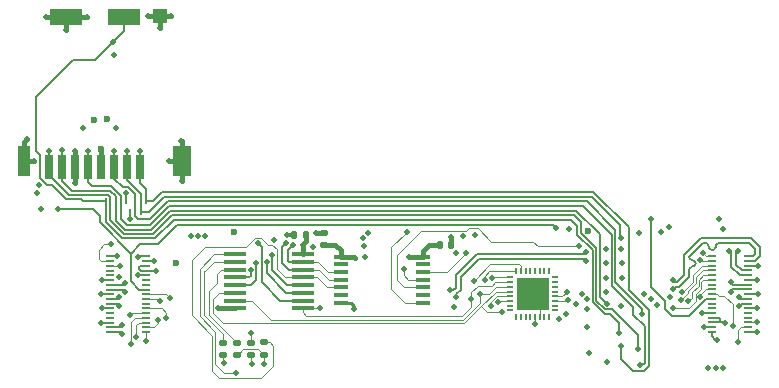
<source format=gbr>
%TF.GenerationSoftware,KiCad,Pcbnew,(6.0.7)*%
%TF.CreationDate,2022-09-26T14:07:28+03:00*%
%TF.ProjectId,202-combi-v0.2,3230322d-636f-46d6-9269-2d76302e322e,rev?*%
%TF.SameCoordinates,PX328b740PY3479d68*%
%TF.FileFunction,Copper,L1,Top*%
%TF.FilePolarity,Positive*%
%FSLAX46Y46*%
G04 Gerber Fmt 4.6, Leading zero omitted, Abs format (unit mm)*
G04 Created by KiCad (PCBNEW (6.0.7)) date 2022-09-26 14:07:28*
%MOMM*%
%LPD*%
G01*
G04 APERTURE LIST*
G04 Aperture macros list*
%AMRoundRect*
0 Rectangle with rounded corners*
0 $1 Rounding radius*
0 $2 $3 $4 $5 $6 $7 $8 $9 X,Y pos of 4 corners*
0 Add a 4 corners polygon primitive as box body*
4,1,4,$2,$3,$4,$5,$6,$7,$8,$9,$2,$3,0*
0 Add four circle primitives for the rounded corners*
1,1,$1+$1,$2,$3*
1,1,$1+$1,$4,$5*
1,1,$1+$1,$6,$7*
1,1,$1+$1,$8,$9*
0 Add four rect primitives between the rounded corners*
20,1,$1+$1,$2,$3,$4,$5,0*
20,1,$1+$1,$4,$5,$6,$7,0*
20,1,$1+$1,$6,$7,$8,$9,0*
20,1,$1+$1,$8,$9,$2,$3,0*%
G04 Aperture macros list end*
%TA.AperFunction,SMDPad,CuDef*%
%ADD10R,0.711200X2.006600*%
%TD*%
%TA.AperFunction,SMDPad,CuDef*%
%ADD11R,2.692400X1.397000*%
%TD*%
%TA.AperFunction,SMDPad,CuDef*%
%ADD12R,0.990600X2.590800*%
%TD*%
%TA.AperFunction,SMDPad,CuDef*%
%ADD13R,1.193800X1.193800*%
%TD*%
%TA.AperFunction,SMDPad,CuDef*%
%ADD14R,1.498600X2.590800*%
%TD*%
%TA.AperFunction,SMDPad,CuDef*%
%ADD15R,1.955432X0.420766*%
%TD*%
%TA.AperFunction,SMDPad,CuDef*%
%ADD16RoundRect,0.135000X0.185000X-0.135000X0.185000X0.135000X-0.185000X0.135000X-0.185000X-0.135000X0*%
%TD*%
%TA.AperFunction,SMDPad,CuDef*%
%ADD17RoundRect,0.140000X-0.140000X-0.170000X0.140000X-0.170000X0.140000X0.170000X-0.140000X0.170000X0*%
%TD*%
%TA.AperFunction,SMDPad,CuDef*%
%ADD18RoundRect,0.135000X-0.185000X0.135000X-0.185000X-0.135000X0.185000X-0.135000X0.185000X0.135000X0*%
%TD*%
%TA.AperFunction,SMDPad,CuDef*%
%ADD19R,0.200000X0.600000*%
%TD*%
%TA.AperFunction,SMDPad,CuDef*%
%ADD20R,1.200000X0.400000*%
%TD*%
%TA.AperFunction,SMDPad,CuDef*%
%ADD21RoundRect,0.140000X0.170000X-0.140000X0.170000X0.140000X-0.170000X0.140000X-0.170000X-0.140000X0*%
%TD*%
%TA.AperFunction,SMDPad,CuDef*%
%ADD22R,0.700000X0.200000*%
%TD*%
%TA.AperFunction,SMDPad,CuDef*%
%ADD23R,0.200000X0.549999*%
%TD*%
%TA.AperFunction,SMDPad,CuDef*%
%ADD24R,0.549999X0.200000*%
%TD*%
%TA.AperFunction,SMDPad,CuDef*%
%ADD25R,2.799999X2.799999*%
%TD*%
%TA.AperFunction,ViaPad*%
%ADD26C,0.500000*%
%TD*%
%TA.AperFunction,ViaPad*%
%ADD27C,0.600000*%
%TD*%
%TA.AperFunction,Conductor*%
%ADD28C,0.120000*%
%TD*%
%TA.AperFunction,Conductor*%
%ADD29C,0.400000*%
%TD*%
%TA.AperFunction,Conductor*%
%ADD30C,0.127000*%
%TD*%
%TA.AperFunction,Conductor*%
%ADD31C,0.200000*%
%TD*%
%TA.AperFunction,Conductor*%
%ADD32C,0.250000*%
%TD*%
%TA.AperFunction,Conductor*%
%ADD33C,0.176000*%
%TD*%
%TA.AperFunction,Conductor*%
%ADD34C,0.100000*%
%TD*%
%TA.AperFunction,Conductor*%
%ADD35C,0.300000*%
%TD*%
%TA.AperFunction,Conductor*%
%ADD36C,0.150000*%
%TD*%
%TA.AperFunction,Conductor*%
%ADD37C,0.112000*%
%TD*%
G04 APERTURE END LIST*
D10*
%TO.P,J1,1,DAT2*%
%TO.N,/DAT2*%
X11047999Y-14223351D03*
%TO.P,J1,2,CD/DAT3*%
%TO.N,/DAT3*%
X9947999Y-14223351D03*
%TO.P,J1,3,CMD*%
%TO.N,/CMD*%
X8847998Y-14223351D03*
%TO.P,J1,4,VDD*%
%TO.N,+3.3V*%
X7747998Y-14223351D03*
%TO.P,J1,5,CLK*%
%TO.N,/CLK*%
X6647998Y-14223351D03*
%TO.P,J1,6,VSS*%
%TO.N,GND*%
X5547997Y-14223351D03*
%TO.P,J1,7,DAT0*%
%TO.N,/DAT0*%
X4448000Y-14223351D03*
%TO.P,J1,8,DAT1*%
%TO.N,/DAT1*%
X3347999Y-14223351D03*
D11*
%TO.P,J1,9,CDS*%
%TO.N,/CDS*%
X9647999Y-1523351D03*
D12*
%TO.P,J1,10,GND1*%
%TO.N,GND*%
X1248001Y-13723350D03*
D11*
%TO.P,J1,11,GND2*%
X4747999Y-1523351D03*
D13*
%TO.P,J1,12,GND3*%
X12698001Y-1423349D03*
D14*
%TO.P,J1,13,GND4*%
X14548000Y-13723349D03*
%TD*%
D15*
%TO.P,U5,1,A0*%
%TO.N,Net-(R4-Pad1)*%
X19049616Y-21612439D03*
%TO.P,U5,2,A1*%
%TO.N,Net-(R3-Pad1)*%
X19049616Y-22262437D03*
%TO.P,U5,3,A2*%
%TO.N,Net-(R1-Pad2)*%
X19049616Y-22912439D03*
%TO.P,U5,4,P0*%
%TO.N,/LEFT_PWRDN*%
X19049616Y-23562437D03*
%TO.P,U5,5,P1*%
%TO.N,/LEFT_RESET*%
X19049616Y-24212439D03*
%TO.P,U5,6,P2*%
%TO.N,/LEFT_ATT_INT*%
X19049616Y-24862437D03*
%TO.P,U5,7,P3*%
%TO.N,/LEFT_ATT_XSHUT*%
X19049616Y-25512439D03*
%TO.P,U5,8,GND*%
%TO.N,GND*%
X19049616Y-26162437D03*
%TO.P,U5,9,P4*%
%TO.N,/RIGHT_PWRDN*%
X24800384Y-26162437D03*
%TO.P,U5,10,P5*%
%TO.N,/RIGHT_RESET*%
X24800384Y-25512439D03*
%TO.P,U5,11,P6*%
%TO.N,/RIGHT_ATT_INT*%
X24800384Y-24862437D03*
%TO.P,U5,12,P7*%
%TO.N,/RIGHT_ATT_XSHUT*%
X24800384Y-24212439D03*
%TO.P,U5,13,INT_N*%
%TO.N,/SENSOR_INT*%
X24800384Y-23562437D03*
%TO.P,U5,14,SCL*%
%TO.N,/SYS_SCL_1V8*%
X24800384Y-22912439D03*
%TO.P,U5,15,SDA*%
%TO.N,/SYS_SDA_1V8*%
X24800384Y-22262437D03*
%TO.P,U5,16,VCC*%
%TO.N,+1V8*%
X24800384Y-21612439D03*
%TD*%
D16*
%TO.P,R2,1*%
%TO.N,+1V8*%
X21500000Y-30085000D03*
%TO.P,R2,2*%
%TO.N,/SENSOR_INT*%
X21500000Y-29065000D03*
%TD*%
D17*
%TO.P,C17,1*%
%TO.N,GND*%
X24095000Y-19925000D03*
%TO.P,C17,2*%
%TO.N,+1V8*%
X25055000Y-19925000D03*
%TD*%
D16*
%TO.P,R1,1*%
%TO.N,+1V8*%
X19275000Y-30100000D03*
%TO.P,R1,2*%
%TO.N,Net-(R1-Pad2)*%
X19275000Y-29080000D03*
%TD*%
D18*
%TO.P,R4,1*%
%TO.N,Net-(R4-Pad1)*%
X20450000Y-29080000D03*
%TO.P,R4,2*%
%TO.N,GND*%
X20450000Y-30100000D03*
%TD*%
D19*
%TO.P,D1,1,K1*%
%TO.N,/DAT2*%
X11525000Y-17075000D03*
%TO.P,D1,2,K2*%
%TO.N,/CMD*%
X10625000Y-17075000D03*
%TO.P,D1,3,A*%
%TO.N,GND*%
X9825000Y-17075000D03*
%TO.P,D1,4,K3*%
%TO.N,/DAT0*%
X9025000Y-17075000D03*
%TO.P,D1,5,K4*%
%TO.N,/CDS*%
X8125000Y-17075000D03*
%TO.P,D1,6,K5*%
%TO.N,/DAT1*%
X8525000Y-18025000D03*
%TO.P,D1,7,K6*%
%TO.N,/CLK*%
X9425000Y-18025000D03*
%TO.P,D1,8,K7*%
%TO.N,+3.3V*%
X10225000Y-18025000D03*
%TO.P,D1,9,K8*%
%TO.N,/DAT3*%
X11125000Y-18025000D03*
%TD*%
D20*
%TO.P,U2,1,VCCA*%
%TO.N,+3.3V*%
X28075000Y-21800000D03*
%TO.P,U2,2,A1*%
%TO.N,unconnected-(U2-Pad2)*%
X28075000Y-22450000D03*
%TO.P,U2,3,A2*%
%TO.N,/SYS_SDA_1V8*%
X28075000Y-23100000D03*
%TO.P,U2,4,A3*%
%TO.N,/SYS_SCL_1V8*%
X28075000Y-23750000D03*
%TO.P,U2,5,A4*%
%TO.N,/SENSOR_INT*%
X28075000Y-24400000D03*
%TO.P,U2,6*%
%TO.N,N/C*%
X28075000Y-25050000D03*
%TO.P,U2,7,GND*%
%TO.N,GND*%
X28075000Y-25700000D03*
%TO.P,U2,8,OE*%
%TO.N,/OE_CAM*%
X34975000Y-25700000D03*
%TO.P,U2,9*%
%TO.N,N/C*%
X34975000Y-25050000D03*
%TO.P,U2,10,B4*%
%TO.N,/SYS_EX_nINT*%
X34975000Y-24400000D03*
%TO.P,U2,11,B3*%
%TO.N,/SYS_SCL*%
X34975000Y-23750000D03*
%TO.P,U2,12,B2*%
%TO.N,/SYS_SDA*%
X34975000Y-23100000D03*
%TO.P,U2,13,B1*%
%TO.N,unconnected-(U2-Pad13)*%
X34975000Y-22450000D03*
%TO.P,U2,14,VCCB*%
%TO.N,+1V8*%
X34975000Y-21800000D03*
%TD*%
D21*
%TO.P,C6,1*%
%TO.N,+3.3V*%
X26575000Y-20775000D03*
%TO.P,C6,2*%
%TO.N,GND*%
X26575000Y-19815000D03*
%TD*%
D22*
%TO.P,P4,1,AF_VDD*%
%TO.N,+3.3V*%
X11535394Y-21784155D03*
%TO.P,P4,2,AVDD_2V8*%
%TO.N,+2V8*%
X11535394Y-22184155D03*
%TO.P,P4,3,DOVDD*%
%TO.N,+1V8*%
X11535394Y-22584155D03*
%TO.P,P4,4,VCC_1V8*%
X11535394Y-22984155D03*
%TO.P,P4,5,GND*%
%TO.N,GND*%
X11535394Y-23384155D03*
%TO.P,P4,6,CAM_FSIN*%
%TO.N,unconnected-(P4-Pad6)*%
X11535394Y-23784155D03*
%TO.P,P4,7,CAM_STROBE*%
%TO.N,unconnected-(P4-Pad7)*%
X11535394Y-24184155D03*
%TO.P,P4,8,EXTCLK*%
%TO.N,/EXTCLK*%
X11535394Y-24584155D03*
%TO.P,P4,9,ATT_INT*%
%TO.N,/RIGHT_ATT_INT*%
X11535394Y-24984155D03*
%TO.P,P4,10,ATT_XSHUT*%
%TO.N,/RIGHT_ATT_XSHUT*%
X11535394Y-25384155D03*
%TO.P,P4,11,NC*%
%TO.N,unconnected-(P4-Pad11)*%
X11535394Y-25784155D03*
%TO.P,P4,12,I2C_SCL*%
%TO.N,/I2C_SCL_1v8_RIGHT*%
X11535394Y-26184155D03*
%TO.P,P4,13,I2C_SDA*%
%TO.N,/I2C_SDA_1v8_RIGHT*%
X11535394Y-26584155D03*
%TO.P,P4,14,BCLK/SCK*%
%TO.N,/I2S_SCK*%
X11535394Y-26984155D03*
%TO.P,P4,15,WS/LRCLK*%
%TO.N,/I2S_LRCLK*%
X11535394Y-27384155D03*
%TO.P,P4,16,SDATA1*%
%TO.N,/I2S_D1*%
X11535394Y-27784155D03*
%TO.P,P4,17,SDATA2*%
%TO.N,/I2S_D2*%
X11535394Y-28184155D03*
%TO.P,P4,18,CSI_RX_CLKN*%
%TO.N,/CSI_R_RX_CLK_N*%
X8455394Y-28184155D03*
%TO.P,P4,19,CSI_RX_CLKP*%
%TO.N,/CSI_R_RX_CLK_P*%
X8455394Y-27784155D03*
%TO.P,P4,20,GND*%
%TO.N,GND*%
X8455394Y-27384155D03*
%TO.P,P4,21,CSI_RX_D2N*%
%TO.N,unconnected-(P4-Pad21)*%
X8455394Y-26984155D03*
%TO.P,P4,22,CSI_RX_D2P*%
%TO.N,unconnected-(P4-Pad22)*%
X8455394Y-26584155D03*
%TO.P,P4,23,GND*%
%TO.N,GND*%
X8455394Y-26184155D03*
%TO.P,P4,24,CSI_RX_D1N*%
%TO.N,/CSI_R_RX_D1_N*%
X8455394Y-25784155D03*
%TO.P,P4,25,CSI_RX_D1P*%
%TO.N,/CSI_R_RX_D1_P*%
X8455394Y-25384155D03*
%TO.P,P4,26,GND*%
%TO.N,GND*%
X8455394Y-24984155D03*
%TO.P,P4,27,CSI_RX_D0N*%
%TO.N,/CSI_R_RX_D0_N*%
X8455394Y-24584155D03*
%TO.P,P4,28,CSI_RX_D0P*%
%TO.N,/CSI_R_RX_D0_P*%
X8455394Y-24184155D03*
%TO.P,P4,29,GND*%
%TO.N,GND*%
X8455394Y-23784155D03*
%TO.P,P4,30,Reserved*%
%TO.N,unconnected-(P4-Pad30)*%
X8455394Y-23384155D03*
%TO.P,P4,31,Reserved*%
%TO.N,unconnected-(P4-Pad31)*%
X8455394Y-22984155D03*
%TO.P,P4,32,PWRDN*%
%TO.N,/RIGHT_PWRDN*%
X8455394Y-22584155D03*
%TO.P,P4,33,RESET*%
%TO.N,/RIGHT_RESET*%
X8455394Y-22184155D03*
%TO.P,P4,34,AGND*%
%TO.N,GND*%
X8455394Y-21784155D03*
%TD*%
D23*
%TO.P,U4,1,P1-1_ACLK_OA0O_COMP0-1_A1*%
%TO.N,unconnected-(U4-Pad1)*%
X42874998Y-26875000D03*
%TO.P,U4,2,P1-0_SMCLK_COMP0-0_A0_Veref+*%
%TO.N,unconnected-(U4-Pad2)*%
X43274999Y-26875000D03*
%TO.P,U4,3,TEST_SBWTCK*%
%TO.N,unconnected-(U4-Pad3)*%
X43674999Y-26875000D03*
%TO.P,U4,4,RST_NMI_SBWTDIO_N*%
%TO.N,unconnected-(U4-Pad4)*%
X44074998Y-26875000D03*
%TO.P,U4,5,DVCC*%
%TO.N,+1V8*%
X44475000Y-26875000D03*
%TO.P,U4,6,DVSS*%
%TO.N,GND*%
X44874999Y-26875000D03*
%TO.P,U4,7,P2-7_TB0CLK_XIN*%
%TO.N,unconnected-(U4-Pad7)*%
X45274998Y-26875000D03*
%TO.P,U4,8,P2-6_MCLK_XOUT*%
%TO.N,unconnected-(U4-Pad8)*%
X45675000Y-26875000D03*
D24*
%TO.P,U4,9,P2-5_COMP1-0*%
%TO.N,unconnected-(U4-Pad9)*%
X46200000Y-26350000D03*
%TO.P,U4,10,P2-4_COMP1-1*%
%TO.N,unconnected-(U4-Pad10)*%
X46200000Y-25949998D03*
%TO.P,U4,11,P4-7_SYS_SCL*%
%TO.N,/SYS_SCL_1V8*%
X46200000Y-25549999D03*
%TO.P,U4,12,P4-6_SYS_SDA*%
%TO.N,/SYS_SDA_1V8*%
X46200000Y-25150000D03*
%TO.P,U4,13,P4-3_UCA1TXD_UCA1TXD_N*%
%TO.N,unconnected-(U4-Pad13)*%
X46200000Y-24749998D03*
%TO.P,U4,14,P4-2_UCA1RXD_UCA1RXD_N*%
%TO.N,unconnected-(U4-Pad14)*%
X46200000Y-24349999D03*
%TO.P,U4,15,P4-1_MCU_SYS_INT*%
%TO.N,/MCU_SYS_INT_1V8*%
X46200000Y-23949999D03*
%TO.P,U4,16,P4-0_STEM_INT*%
%TO.N,/STEM_INT_1V8*%
X46200000Y-23549998D03*
D23*
%TO.P,U4,17,P2-1_TB1-2_COMP1-O*%
%TO.N,unconnected-(U4-Pad17)*%
X45675000Y-23025000D03*
%TO.P,U4,18,P2-0_TB1-1_COMP0-O*%
%TO.N,unconnected-(U4-Pad18)*%
X45274998Y-23025000D03*
%TO.P,U4,19,P1-7_BSL-TXD_TB0-2_TDO_OA1+_A7_VREF*%
%TO.N,unconnected-(U4-Pad19)*%
X44874999Y-23025000D03*
%TO.P,U4,20,P1-6_BSL-RXD_TB0-1_TDI_TCLK_OA1-_A6*%
%TO.N,unconnected-(U4-Pad20)*%
X44475000Y-23025000D03*
%TO.P,U4,21,P1-5_TMS_OA1O_A5*%
%TO.N,unconnected-(U4-Pad21)*%
X44074998Y-23025000D03*
%TO.P,U4,22,P1-4_TCK_A4*%
%TO.N,unconnected-(U4-Pad22)*%
X43674999Y-23025000D03*
%TO.P,U4,23,P3-7_OA3+*%
%TO.N,/RIGHT_ATT_XSHUT*%
X43274999Y-23025000D03*
%TO.P,U4,24,P3-6_OA3-*%
%TO.N,/RIGHT_ATT_INT*%
X42874998Y-23025000D03*
D24*
%TO.P,U4,25,P3-5_OA3O*%
%TO.N,/RIGHT_RESET*%
X42350000Y-23549998D03*
%TO.P,U4,26,P3-4_SMCLK*%
%TO.N,/RIGHT_PWRDN*%
X42350000Y-23949999D03*
%TO.P,U4,27,P3-3_OA2+*%
%TO.N,/LEFT_ATT_XSHUT*%
X42350000Y-24349999D03*
%TO.P,U4,28,P3-2_OA2-*%
%TO.N,/LEFT_ATT_INT*%
X42350000Y-24749998D03*
%TO.P,U4,29,P3-1_OA2O*%
%TO.N,/LEFT_RESET*%
X42350000Y-25150000D03*
%TO.P,U4,30,P3-0_MCLK*%
%TO.N,/LEFT_PWRDN*%
X42350000Y-25549999D03*
%TO.P,U4,31,P1-3_STEM_SCL_OA0+_A3*%
%TO.N,/STEM_SCL_1V8*%
X42350000Y-25949998D03*
%TO.P,U4,32,P1-2_STEM_SDA_TB0TRG_OA0-_A2_Veref-*%
%TO.N,/STEM_SDA_1V8*%
X42350000Y-26350000D03*
D25*
%TO.P,U4,33,EP*%
%TO.N,GND*%
X44275000Y-24949997D03*
%TD*%
D17*
%TO.P,C7,1*%
%TO.N,+1V8*%
X36420000Y-20775000D03*
%TO.P,C7,2*%
%TO.N,GND*%
X37380000Y-20775000D03*
%TD*%
D22*
%TO.P,P3,1,AF_VDD*%
%TO.N,+3.3V*%
X59464606Y-28165845D03*
%TO.P,P3,2,AVDD_2V8*%
%TO.N,+2V8*%
X59464606Y-27765845D03*
%TO.P,P3,3,DOVDD*%
%TO.N,+1V8*%
X59464606Y-27365845D03*
%TO.P,P3,4,VCC_1V8*%
X59464606Y-26965845D03*
%TO.P,P3,5,GND*%
%TO.N,GND*%
X59464606Y-26565845D03*
%TO.P,P3,6,CAM_FSIN*%
%TO.N,unconnected-(P3-Pad6)*%
X59464606Y-26165845D03*
%TO.P,P3,7,CAM_STROBE*%
%TO.N,unconnected-(P3-Pad7)*%
X59464606Y-25765845D03*
%TO.P,P3,8,EXTCLK*%
%TO.N,/EXTCLK*%
X59464606Y-25365845D03*
%TO.P,P3,9,ATT_INT*%
%TO.N,/LEFT_ATT_INT*%
X59464606Y-24965845D03*
%TO.P,P3,10,ATT_XSHUT*%
%TO.N,/LEFT_ATT_XSHUT*%
X59464606Y-24565845D03*
%TO.P,P3,11,NC*%
%TO.N,unconnected-(P3-Pad11)*%
X59464606Y-24165845D03*
%TO.P,P3,12,I2C_SCL*%
%TO.N,/I2C_SCL_1v8_LEFT*%
X59464606Y-23765845D03*
%TO.P,P3,13,I2C_SDA*%
%TO.N,/I2C_SDA_1v8_LEFT*%
X59464606Y-23365845D03*
%TO.P,P3,14,BCLK/SCK*%
%TO.N,/I2S_SCK*%
X59464606Y-22965845D03*
%TO.P,P3,15,WS/LRCLK*%
%TO.N,/I2S_LRCLK*%
X59464606Y-22565845D03*
%TO.P,P3,16,SDATA1*%
%TO.N,/I2S_D1*%
X59464606Y-22165845D03*
%TO.P,P3,17,SDATA2*%
%TO.N,/I2S_D2*%
X59464606Y-21765845D03*
%TO.P,P3,18,CSI_RX_CLKN*%
%TO.N,/CSI_L_RX_CLK_N*%
X62544606Y-21765845D03*
%TO.P,P3,19,CSI_RX_CLKP*%
%TO.N,/CSI_L_RX_CLK_P*%
X62544606Y-22165845D03*
%TO.P,P3,20,GND*%
%TO.N,GND*%
X62544606Y-22565845D03*
%TO.P,P3,21,CSI_RX_D2N*%
%TO.N,/CSI_L_RX_D2_N*%
X62544606Y-22965845D03*
%TO.P,P3,22,CSI_RX_D2P*%
%TO.N,/CSI_L_RX_D2_P*%
X62544606Y-23365845D03*
%TO.P,P3,23,GND*%
%TO.N,GND*%
X62544606Y-23765845D03*
%TO.P,P3,24,CSI_RX_D1N*%
%TO.N,/CSI_L_RX_D1_N*%
X62544606Y-24165845D03*
%TO.P,P3,25,CSI_RX_D1P*%
%TO.N,/CSI_L_RX_D1_P*%
X62544606Y-24565845D03*
%TO.P,P3,26,GND*%
%TO.N,GND*%
X62544606Y-24965845D03*
%TO.P,P3,27,CSI_RX_D0N*%
%TO.N,/CSI_L_RX_D0_N*%
X62544606Y-25365845D03*
%TO.P,P3,28,CSI_RX_D0P*%
%TO.N,/CSI_L_RX_D0_P*%
X62544606Y-25765845D03*
%TO.P,P3,29,GND*%
%TO.N,GND*%
X62544606Y-26165845D03*
%TO.P,P3,30,Reserved*%
%TO.N,unconnected-(P3-Pad30)*%
X62544606Y-26565845D03*
%TO.P,P3,31,Reserved*%
%TO.N,unconnected-(P3-Pad31)*%
X62544606Y-26965845D03*
%TO.P,P3,32,PWRDN*%
%TO.N,/LEFT_PWRDN*%
X62544606Y-27365845D03*
%TO.P,P3,33,RESET*%
%TO.N,/LEFT_RESET*%
X62544606Y-27765845D03*
%TO.P,P3,34,AGND*%
%TO.N,GND*%
X62544606Y-28165845D03*
%TD*%
D18*
%TO.P,R3,1*%
%TO.N,Net-(R3-Pad1)*%
X18100000Y-29080000D03*
%TO.P,R3,2*%
%TO.N,GND*%
X18100000Y-30100000D03*
%TD*%
D26*
%TO.N,/SYS_EX_nINT*%
X48175000Y-20925000D03*
X55900000Y-25175000D03*
D27*
%TO.N,+2V8*%
X14050000Y-22350000D03*
%TO.N,+3.3V*%
X19000000Y-19675000D03*
D26*
%TO.N,GND*%
X16525000Y-20025000D03*
X15325000Y-20025000D03*
X15912500Y-20025000D03*
X51825000Y-23575000D03*
X53275000Y-19825000D03*
X6550000Y-1525000D03*
X13675000Y-1425000D03*
X20475000Y-30875000D03*
X44250000Y-24950000D03*
X50450000Y-22375000D03*
X53725000Y-24950000D03*
D27*
X7175000Y-10200000D03*
D26*
X63300000Y-26175000D03*
X18125000Y-30825000D03*
X37400000Y-20175000D03*
X2675000Y-17750000D03*
X7800000Y-23775000D03*
X49050000Y-29975000D03*
X9825000Y-16375000D03*
X9250000Y-23500000D03*
X7725000Y-27425000D03*
X12700000Y-2425000D03*
X51800000Y-21175000D03*
X23475000Y-19950000D03*
D27*
X8225000Y-10175000D03*
D26*
X14550000Y-15425000D03*
X17650000Y-26150000D03*
X5550000Y-15575000D03*
X11750000Y-1425000D03*
X63350000Y-22575000D03*
X37800000Y-21450000D03*
X29150000Y-26200000D03*
X7750000Y-24975000D03*
X10850000Y-23375000D03*
X13450000Y-13725000D03*
X37625000Y-26025000D03*
X3050000Y-1525000D03*
X4750000Y-2650000D03*
X1500000Y-11875000D03*
X63300000Y-23775000D03*
X7775000Y-26175000D03*
X63300000Y-28175000D03*
X25900000Y-19800000D03*
X63350000Y-24950000D03*
X2025000Y-13725000D03*
X51850000Y-22350000D03*
X58625000Y-26575000D03*
X5550000Y-12875000D03*
X25650000Y-20950000D03*
X9125000Y-21750000D03*
X47375000Y-19475000D03*
X14525000Y-12025000D03*
X2450000Y-15725000D03*
%TO.N,+3.3V*%
X10825000Y-21800000D03*
X50500000Y-23575000D03*
X8850000Y-4750000D03*
X29250000Y-21900000D03*
X59900000Y-28825000D03*
X9000000Y-10875000D03*
X6225000Y-10925000D03*
X2325000Y-16450000D03*
D27*
X48975000Y-19650000D03*
D26*
X10225000Y-18650000D03*
D27*
X7747998Y-12647998D03*
D26*
%TO.N,+1V8*%
X24800000Y-20825000D03*
X12350000Y-22975000D03*
X60575000Y-27400000D03*
X21500000Y-30900000D03*
X44475000Y-27525000D03*
X33850000Y-21825000D03*
X50525000Y-24775000D03*
X50462500Y-21175000D03*
%TO.N,+2V8*%
X12250000Y-22175000D03*
X58750000Y-27775000D03*
%TO.N,/EXTCLK*%
X4075000Y-17725000D03*
X54275000Y-18575000D03*
X46250000Y-19375000D03*
%TO.N,/LEFT_SCL*%
X55125000Y-19700000D03*
X54300000Y-25400000D03*
%TO.N,/RIGHT_SCL*%
X48475000Y-24950000D03*
X38400000Y-20075000D03*
%TO.N,/LEFT_SDA*%
X54825000Y-25925000D03*
X55800000Y-19325000D03*
%TO.N,/RIGHT_SDA*%
X48912500Y-25425000D03*
X39375000Y-19975000D03*
%TO.N,/LEFT_PWRDN*%
X20425000Y-22950000D03*
X41361535Y-25638596D03*
X60400000Y-19425000D03*
X63275000Y-27350000D03*
%TO.N,/LEFT_RESET*%
X20875000Y-22350000D03*
X60025000Y-18575000D03*
X61660439Y-29010439D03*
X40748433Y-25948433D03*
%TO.N,/LEFT_ATT_INT*%
X61200000Y-27675000D03*
X41675000Y-26520500D03*
%TO.N,/LEFT_ATT_XSHUT*%
X58474500Y-25250000D03*
X39800000Y-24925000D03*
%TO.N,/RIGHT_PWRDN*%
X26275000Y-26175000D03*
X39050000Y-25425000D03*
X9300000Y-22575000D03*
%TO.N,/RIGHT_RESET*%
X21025000Y-20640500D03*
X8575000Y-20750000D03*
X40850000Y-23625000D03*
%TO.N,/RIGHT_ATT_INT*%
X40225000Y-23775000D03*
X21775500Y-22275000D03*
X22377061Y-20347939D03*
X13550000Y-25275000D03*
%TO.N,/RIGHT_ATT_XSHUT*%
X22200000Y-21700000D03*
X12700000Y-25525000D03*
X39300000Y-23825000D03*
%TO.N,Net-(R4-Pad1)*%
X20425000Y-28300000D03*
X19200000Y-31625000D03*
%TO.N,/SYS_SDA_1V8*%
X24000000Y-20800000D03*
X47147939Y-24802061D03*
%TO.N,/SYS_SCL_1V8*%
X47300000Y-25475000D03*
X23400000Y-20600000D03*
%TO.N,/DAT2*%
X51750000Y-29375000D03*
X11050000Y-12825000D03*
%TO.N,/DAT3*%
X51800000Y-20200000D03*
X9950000Y-12850000D03*
%TO.N,/CMD*%
X8850000Y-12850000D03*
X53550000Y-26625000D03*
%TO.N,/CLK*%
X6650000Y-12850000D03*
X53400000Y-30975000D03*
%TO.N,/DAT0*%
X50575000Y-25800000D03*
X4450000Y-12800000D03*
%TO.N,/DAT1*%
X3350000Y-12825000D03*
X53225000Y-29575000D03*
%TO.N,/CDS*%
X51562500Y-28225000D03*
X8762500Y-3587500D03*
%TO.N,/I2C_SCL_1v8_LEFT*%
X56125000Y-26150000D03*
X30125000Y-21850000D03*
%TO.N,/I2C_SDA_1v8_LEFT*%
X30000000Y-20925000D03*
X57469990Y-25569990D03*
%TO.N,/I2S_SCK*%
X50550000Y-30750000D03*
X10275000Y-29225000D03*
X56813628Y-25508498D03*
X60400000Y-31225000D03*
%TO.N,/I2S_LRCLK*%
X10725000Y-28625000D03*
X56925000Y-24775000D03*
X46550000Y-27081500D03*
X59763999Y-31216378D03*
%TO.N,/I2S_D1*%
X58475000Y-22100000D03*
X59100000Y-31225000D03*
X12550000Y-27200000D03*
X47075000Y-26625000D03*
%TO.N,/I2S_D2*%
X58700000Y-21475000D03*
X11525000Y-28925000D03*
X48900000Y-27750000D03*
%TO.N,/CSI_L_RX_CLK_N*%
X56172745Y-24565000D03*
%TO.N,/CSI_L_RX_CLK_P*%
X56172745Y-23785000D03*
%TO.N,/CSI_L_RX_D2_N*%
X61690000Y-21300000D03*
%TO.N,/CSI_L_RX_D2_P*%
X60910000Y-21300000D03*
%TO.N,/CSI_L_RX_D1_N*%
X61050000Y-23975845D03*
%TO.N,/CSI_L_RX_D1_P*%
X61050000Y-24755845D03*
%TO.N,/CSI_L_RX_D0_N*%
X61753547Y-25175845D03*
%TO.N,/CSI_L_RX_D0_P*%
X61753547Y-25955845D03*
%TO.N,/I2C_SCL_1v8_RIGHT*%
X29875000Y-20225000D03*
X13275000Y-26975000D03*
%TO.N,/I2C_SDA_1v8_RIGHT*%
X30375000Y-19775000D03*
X10175000Y-26750000D03*
%TO.N,/CSI_R_RX_CLK_N*%
X9539755Y-28374155D03*
%TO.N,/CSI_R_RX_CLK_P*%
X9539755Y-27594155D03*
%TO.N,/CSI_R_RX_D1_N*%
X48804545Y-22165000D03*
X9263544Y-25974155D03*
X37822935Y-25203609D03*
%TO.N,/CSI_R_RX_D1_P*%
X48804545Y-21385000D03*
X37271391Y-24652065D03*
X9263544Y-25194155D03*
%TO.N,/CSI_R_RX_D0_N*%
X9750000Y-24774155D03*
%TO.N,/CSI_R_RX_D0_P*%
X9750000Y-23994155D03*
%TO.N,/OE_CAM*%
X33600000Y-19725000D03*
X51800000Y-26000000D03*
%TO.N,/SYS_SCL*%
X48900000Y-26225000D03*
X33350000Y-22825000D03*
%TO.N,/SYS_SDA*%
X38675000Y-21525000D03*
X47939447Y-25819144D03*
%TD*%
D28*
%TO.N,/SYS_EX_nINT*%
X33425000Y-24400000D02*
X34975000Y-24400000D01*
X32800000Y-23775000D02*
X33425000Y-24400000D01*
X32800000Y-21625000D02*
X32800000Y-23775000D01*
X40775000Y-20525000D02*
X39650000Y-19400000D01*
X39650000Y-19400000D02*
X38850000Y-19400000D01*
X38655000Y-19595000D02*
X34830000Y-19595000D01*
X34830000Y-19595000D02*
X32800000Y-21625000D01*
X44300000Y-20525000D02*
X40775000Y-20525000D01*
X44700000Y-20925000D02*
X44300000Y-20525000D01*
X38850000Y-19400000D02*
X38655000Y-19595000D01*
X48175000Y-20925000D02*
X44700000Y-20925000D01*
D29*
%TO.N,GND*%
X37380000Y-20195000D02*
X37380000Y-20775000D01*
X37400000Y-20175000D02*
X37380000Y-20195000D01*
D30*
%TO.N,/CSI_L_RX_CLK_N*%
X62548106Y-21762345D02*
X62544606Y-21765845D01*
X63133634Y-21166033D02*
X63133634Y-21564680D01*
X62596101Y-20628500D02*
X63133634Y-21166033D01*
X60121500Y-20628500D02*
X62596101Y-20628500D01*
X63133634Y-21564680D02*
X62935969Y-21762345D01*
X60071500Y-20628500D02*
X60121500Y-20628500D01*
X59771500Y-20946420D02*
X59771500Y-20928500D01*
X59171500Y-20928500D02*
X59171500Y-20946420D01*
X58709294Y-20628500D02*
X58871500Y-20628500D01*
X57528500Y-21809294D02*
X58709294Y-20628500D01*
X57528500Y-23559294D02*
X57528500Y-22909294D01*
X56709294Y-24378500D02*
X57528500Y-23559294D01*
X56359245Y-24378500D02*
X56709294Y-24378500D01*
X59771520Y-20946420D02*
G75*
G02*
X59471500Y-21246420I-300020J20D01*
G01*
X59171500Y-20928500D02*
G75*
G03*
X58871500Y-20628500I-300000J0D01*
G01*
X56172745Y-24565000D02*
X56359245Y-24378500D01*
X57528506Y-21809294D02*
G75*
G03*
X57803500Y-22084294I274994J-6D01*
G01*
X57803500Y-22084300D02*
G75*
G02*
X58078500Y-22359294I0J-275000D01*
G01*
X58078494Y-22359294D02*
G75*
G02*
X57803500Y-22634294I-274994J-6D01*
G01*
X60071500Y-20628500D02*
G75*
G03*
X59771500Y-20928500I0J-300000D01*
G01*
X57803500Y-22634300D02*
G75*
G03*
X57528500Y-22909294I0J-275000D01*
G01*
X59471500Y-21246400D02*
G75*
G02*
X59171500Y-20946420I0J300000D01*
G01*
X62935969Y-21762345D02*
X62548106Y-21762345D01*
D31*
%TO.N,GND*%
X63290845Y-28165845D02*
X63300000Y-28175000D01*
D32*
X28075000Y-25700000D02*
X28900000Y-25700000D01*
D29*
X5547997Y-14223351D02*
X5547997Y-15572997D01*
X17662437Y-26162437D02*
X17650000Y-26150000D01*
X14548000Y-15423000D02*
X14550000Y-15425000D01*
D33*
X8455394Y-21784155D02*
X9090845Y-21784155D01*
D29*
X14548000Y-13723349D02*
X13451651Y-13723349D01*
X5547997Y-12877003D02*
X5550000Y-12875000D01*
D33*
X8455394Y-24984155D02*
X7759155Y-24984155D01*
D31*
X62544606Y-23765845D02*
X63290845Y-23765845D01*
D29*
X5547997Y-15572997D02*
X5550000Y-15575000D01*
X25915000Y-19815000D02*
X25900000Y-19800000D01*
D33*
X8455394Y-26184155D02*
X7784155Y-26184155D01*
X9090845Y-21784155D02*
X9125000Y-21750000D01*
D29*
X12698001Y-2423001D02*
X12700000Y-2425000D01*
X26575000Y-19815000D02*
X25915000Y-19815000D01*
X4747999Y-2647999D02*
X4750000Y-2650000D01*
X5547997Y-14223351D02*
X5547997Y-12877003D01*
D34*
X20450000Y-30850000D02*
X20475000Y-30875000D01*
D33*
X10859155Y-23384155D02*
X10850000Y-23375000D01*
D31*
X63290845Y-26165845D02*
X63300000Y-26175000D01*
D29*
X12698001Y-1423349D02*
X12698001Y-2423001D01*
D31*
X59464606Y-26565845D02*
X58634155Y-26565845D01*
D32*
X29150000Y-25950000D02*
X29150000Y-26200000D01*
D33*
X11535394Y-23384155D02*
X10859155Y-23384155D01*
D29*
X13675000Y-1425000D02*
X13673349Y-1423349D01*
D31*
X63334155Y-24965845D02*
X63350000Y-24950000D01*
D33*
X7765845Y-27384155D02*
X7725000Y-27425000D01*
D32*
X28900000Y-25700000D02*
X29150000Y-25950000D01*
D29*
X11751651Y-1423349D02*
X11750000Y-1425000D01*
D33*
X8455394Y-27384155D02*
X7765845Y-27384155D01*
D29*
X1248001Y-12126999D02*
X1500000Y-11875000D01*
D33*
X7809155Y-23784155D02*
X7800000Y-23775000D01*
D34*
X20450000Y-30100000D02*
X20450000Y-30850000D01*
D31*
X62544606Y-24965845D02*
X63334155Y-24965845D01*
X63340845Y-22565845D02*
X63350000Y-22575000D01*
D33*
X7784155Y-26184155D02*
X7775000Y-26175000D01*
D28*
X44874999Y-25549996D02*
X44275000Y-24949997D01*
D29*
X14548000Y-13723349D02*
X14548000Y-15423000D01*
D34*
X18100000Y-30800000D02*
X18125000Y-30825000D01*
D31*
X63290845Y-23765845D02*
X63300000Y-23775000D01*
D29*
X6548351Y-1523351D02*
X6550000Y-1525000D01*
X1248001Y-13723350D02*
X2023350Y-13723350D01*
D34*
X18100000Y-30100000D02*
X18100000Y-30800000D01*
D35*
X23500000Y-19925000D02*
X23475000Y-19950000D01*
D33*
X9825000Y-16375000D02*
X9825000Y-17075000D01*
X8455394Y-23784155D02*
X7809155Y-23784155D01*
D29*
X4747999Y-1523351D02*
X6548351Y-1523351D01*
X13673349Y-1423349D02*
X12698001Y-1423349D01*
X4747999Y-1523351D02*
X4747999Y-2647999D01*
X1248001Y-13723350D02*
X1248001Y-12126999D01*
D31*
X62544606Y-28165845D02*
X63290845Y-28165845D01*
D29*
X19049616Y-26162437D02*
X17662437Y-26162437D01*
X2023350Y-13723350D02*
X2025000Y-13725000D01*
D28*
X44874999Y-26875000D02*
X44874999Y-25549996D01*
D31*
X62544606Y-26165845D02*
X63290845Y-26165845D01*
X62544606Y-22565845D02*
X63340845Y-22565845D01*
D29*
X4747999Y-1523351D02*
X3051649Y-1523351D01*
D35*
X24095000Y-19925000D02*
X23500000Y-19925000D01*
D33*
X7759155Y-24984155D02*
X7750000Y-24975000D01*
D29*
X13451651Y-13723349D02*
X13450000Y-13725000D01*
X12698001Y-1423349D02*
X11751651Y-1423349D01*
X14548000Y-13723349D02*
X14548000Y-12048000D01*
X14548000Y-12048000D02*
X14525000Y-12025000D01*
D31*
X58634155Y-26565845D02*
X58625000Y-26575000D01*
D29*
X3051649Y-1523351D02*
X3050000Y-1525000D01*
D33*
%TO.N,+3.3V*%
X10840845Y-21784155D02*
X10825000Y-21800000D01*
D29*
X26575000Y-20775000D02*
X27575000Y-20775000D01*
D31*
X59900000Y-28825000D02*
X59750000Y-28825000D01*
D29*
X28075000Y-21800000D02*
X29150000Y-21800000D01*
X29150000Y-21800000D02*
X29250000Y-21900000D01*
X28075000Y-21275000D02*
X28075000Y-21800000D01*
X27575000Y-20775000D02*
X28075000Y-21275000D01*
D31*
X59750000Y-28825000D02*
X59464606Y-28539606D01*
D29*
X7747998Y-14223351D02*
X7747998Y-12647998D01*
D31*
X59464606Y-28539606D02*
X59464606Y-28165845D01*
D36*
X10225000Y-18025000D02*
X10225000Y-18650000D01*
D33*
X11535394Y-21784155D02*
X10840845Y-21784155D01*
%TO.N,+1V8*%
X12340845Y-22984155D02*
X12350000Y-22975000D01*
D34*
X19275000Y-30100000D02*
X19300000Y-30100000D01*
X19775000Y-29625000D02*
X21040000Y-29625000D01*
D29*
X24800384Y-21125384D02*
X24800384Y-21612439D01*
D34*
X21040000Y-29625000D02*
X21500000Y-30085000D01*
D29*
X25055000Y-20445000D02*
X25055000Y-19925000D01*
D31*
X60125000Y-27075000D02*
X60015845Y-26965845D01*
X60034155Y-27365845D02*
X60540845Y-27365845D01*
D29*
X33850000Y-21825000D02*
X33875000Y-21800000D01*
D31*
X60015845Y-26965845D02*
X59464606Y-26965845D01*
D29*
X24800000Y-20825000D02*
X24800000Y-20700000D01*
D31*
X60034155Y-27365845D02*
X60125000Y-27275000D01*
D34*
X21500000Y-30900000D02*
X21500000Y-30085000D01*
D31*
X59464606Y-27365845D02*
X60034155Y-27365845D01*
D34*
X19300000Y-30100000D02*
X19775000Y-29625000D01*
D33*
X10975000Y-22675000D02*
X11065845Y-22584155D01*
D29*
X24800000Y-21125000D02*
X24800384Y-21125384D01*
D31*
X60540845Y-27365845D02*
X60575000Y-27400000D01*
X60125000Y-27275000D02*
X60125000Y-27075000D01*
D33*
X11535394Y-22984155D02*
X12340845Y-22984155D01*
X11065845Y-22584155D02*
X11535394Y-22584155D01*
X11106865Y-22984155D02*
X10975000Y-22852290D01*
D29*
X24800000Y-20825000D02*
X24800000Y-21125000D01*
D33*
X11535394Y-22984155D02*
X11106865Y-22984155D01*
D29*
X24800000Y-20700000D02*
X25055000Y-20445000D01*
D33*
X10975000Y-22852290D02*
X10975000Y-22675000D01*
D29*
X34975000Y-21325000D02*
X34975000Y-21800000D01*
X33875000Y-21800000D02*
X34975000Y-21800000D01*
X36420000Y-20775000D02*
X35525000Y-20775000D01*
D28*
X44475000Y-26875000D02*
X44475000Y-27525000D01*
D29*
X35525000Y-20775000D02*
X34975000Y-21325000D01*
D33*
%TO.N,+2V8*%
X11535394Y-22184155D02*
X12240845Y-22184155D01*
D31*
X58759155Y-27765845D02*
X58750000Y-27775000D01*
X59464606Y-27765845D02*
X58759155Y-27765845D01*
D33*
X12240845Y-22184155D02*
X12250000Y-22175000D01*
%TO.N,/EXTCLK*%
X54275000Y-24350000D02*
X55450000Y-25525000D01*
X46250000Y-19375000D02*
X45975000Y-19100000D01*
X45975000Y-19100000D02*
X14175000Y-19100000D01*
X7625000Y-18887500D02*
X7625000Y-18325000D01*
X57525000Y-26825000D02*
X58984155Y-25365845D01*
X10984155Y-24584155D02*
X10275000Y-23875000D01*
X11062500Y-20750000D02*
X10275000Y-21537500D01*
X14175000Y-19100000D02*
X12525000Y-20750000D01*
X10275000Y-21537500D02*
X7625000Y-18887500D01*
X11535394Y-24584155D02*
X10984155Y-24584155D01*
X56075000Y-26825000D02*
X57525000Y-26825000D01*
X10275000Y-23875000D02*
X10275000Y-21537500D01*
X12525000Y-20750000D02*
X11062500Y-20750000D01*
X55450000Y-26200000D02*
X56075000Y-26825000D01*
X7025000Y-17725000D02*
X4075000Y-17725000D01*
X55450000Y-25525000D02*
X55450000Y-26200000D01*
X54275000Y-18575000D02*
X54275000Y-24350000D01*
X7625000Y-18325000D02*
X7025000Y-17725000D01*
X58984155Y-25365845D02*
X59464606Y-25365845D01*
D37*
%TO.N,/SENSOR_INT*%
X26012437Y-23562437D02*
X26850000Y-24400000D01*
D28*
X21861051Y-20777939D02*
X22227939Y-20777939D01*
X15400000Y-22100000D02*
X16550000Y-20950000D01*
X23312437Y-23562437D02*
X24800384Y-23562437D01*
X17725000Y-32075000D02*
X17125000Y-31475000D01*
X22065000Y-29065000D02*
X22325000Y-29325000D01*
X15400000Y-26775000D02*
X15400000Y-22100000D01*
X16550000Y-20950000D02*
X20050000Y-20950000D01*
X22325000Y-31050000D02*
X21300000Y-32075000D01*
X17125000Y-28500000D02*
X15400000Y-26775000D01*
X21293612Y-20210500D02*
X21861051Y-20777939D01*
X20050000Y-20950000D02*
X20789500Y-20210500D01*
X22630000Y-22880000D02*
X23312437Y-23562437D01*
X20789500Y-20210500D02*
X21293612Y-20210500D01*
X22325000Y-29325000D02*
X22325000Y-31050000D01*
X21300000Y-32075000D02*
X17725000Y-32075000D01*
X22630000Y-21180000D02*
X22630000Y-22880000D01*
X17125000Y-31475000D02*
X17125000Y-28500000D01*
X21500000Y-29065000D02*
X22065000Y-29065000D01*
D37*
X26850000Y-24400000D02*
X28075000Y-24400000D01*
D28*
X22227939Y-20777939D02*
X22630000Y-21180000D01*
D37*
X24800384Y-23562437D02*
X26012437Y-23562437D01*
D34*
%TO.N,/LEFT_PWRDN*%
X62544606Y-27365845D02*
X63259155Y-27365845D01*
D28*
X41525001Y-25549999D02*
X42350000Y-25549999D01*
X41436404Y-25638596D02*
X41525001Y-25549999D01*
D34*
X63259155Y-27365845D02*
X63275000Y-27350000D01*
D36*
X20262563Y-23562437D02*
X19049616Y-23562437D01*
X20425000Y-22950000D02*
X20425000Y-23400000D01*
X20425000Y-23400000D02*
X20262563Y-23562437D01*
D28*
X41361535Y-25638596D02*
X41436404Y-25638596D01*
%TO.N,/LEFT_RESET*%
X41271010Y-25150000D02*
X42350000Y-25150000D01*
D34*
X61934155Y-27765845D02*
X62544606Y-27765845D01*
D36*
X20875000Y-22350000D02*
X20870000Y-22355000D01*
X20870000Y-22355000D02*
X20870000Y-23780000D01*
D28*
X40748433Y-25672577D02*
X41271010Y-25150000D01*
D34*
X61700000Y-28000000D02*
X61934155Y-27765845D01*
D36*
X20437561Y-24212439D02*
X19049616Y-24212439D01*
X20870000Y-23780000D02*
X20437561Y-24212439D01*
D34*
X61660439Y-29010439D02*
X61700000Y-28970878D01*
D28*
X40748433Y-25948433D02*
X40748433Y-25672577D01*
D34*
X61700000Y-28970878D02*
X61700000Y-28000000D01*
D28*
%TO.N,/LEFT_ATT_INT*%
X38475000Y-27425000D02*
X39912500Y-25987500D01*
X18100000Y-27425000D02*
X17220000Y-26545000D01*
X42350000Y-24749998D02*
X41150002Y-24749998D01*
X41675000Y-26520500D02*
X40445500Y-26520500D01*
D34*
X59915845Y-24965845D02*
X60050000Y-25100000D01*
X61200000Y-25800000D02*
X61200000Y-27675000D01*
D28*
X41150002Y-24749998D02*
X39912500Y-25987500D01*
X17220000Y-25380000D02*
X17737563Y-24862437D01*
D34*
X59464606Y-24965845D02*
X59915845Y-24965845D01*
D28*
X40445500Y-26520500D02*
X39912500Y-25987500D01*
X38475000Y-27425000D02*
X18100000Y-27425000D01*
X17220000Y-26545000D02*
X17220000Y-25380000D01*
D34*
X60500000Y-25100000D02*
X61200000Y-25800000D01*
X60050000Y-25100000D02*
X60500000Y-25100000D01*
D28*
X17737563Y-24862437D02*
X19049616Y-24862437D01*
%TO.N,/LEFT_ATT_XSHUT*%
X38350000Y-27150000D02*
X22150000Y-27150000D01*
X41150001Y-24349999D02*
X42350000Y-24349999D01*
X40575000Y-24925000D02*
X41150001Y-24349999D01*
X39800000Y-24925000D02*
X40575000Y-24925000D01*
X22150000Y-27150000D02*
X20512439Y-25512439D01*
X20512439Y-25512439D02*
X19049616Y-25512439D01*
X39800000Y-24925000D02*
X39800000Y-25700000D01*
X58474500Y-25075500D02*
X58474500Y-25250000D01*
X59464606Y-24565845D02*
X58984155Y-24565845D01*
X58475000Y-25075000D02*
X58474500Y-25075500D01*
X58984155Y-24565845D02*
X58475000Y-25075000D01*
X39800000Y-25700000D02*
X38350000Y-27150000D01*
%TO.N,/RIGHT_PWRDN*%
X39050000Y-26025000D02*
X38275000Y-26800000D01*
X24800384Y-26525384D02*
X24800384Y-26162437D01*
X39050000Y-25425000D02*
X39050000Y-26025000D01*
X38275000Y-26800000D02*
X25075000Y-26800000D01*
X9290845Y-22584155D02*
X9300000Y-22575000D01*
X41125001Y-23949999D02*
X40825000Y-24250000D01*
X25075000Y-26800000D02*
X24800384Y-26525384D01*
X39625000Y-24250000D02*
X39050000Y-24825000D01*
X39050000Y-24825000D02*
X39050000Y-25425000D01*
X40825000Y-24250000D02*
X39625000Y-24250000D01*
X26262437Y-26162437D02*
X26275000Y-26175000D01*
X8455394Y-22584155D02*
X9290845Y-22584155D01*
X42350000Y-23949999D02*
X41125001Y-23949999D01*
X24800384Y-26162437D02*
X26262437Y-26162437D01*
%TO.N,/RIGHT_RESET*%
X8455394Y-22184155D02*
X7734155Y-22184155D01*
X7575000Y-21200000D02*
X8025000Y-20750000D01*
X7734155Y-22184155D02*
X7575000Y-22025000D01*
D36*
X21325000Y-20940500D02*
X21325000Y-23950000D01*
X21025000Y-20640500D02*
X21325000Y-20940500D01*
D28*
X7575000Y-22025000D02*
X7575000Y-21200000D01*
X40850000Y-23625000D02*
X40850000Y-23600000D01*
D36*
X21325000Y-23950000D02*
X22887439Y-25512439D01*
X22887439Y-25512439D02*
X24800384Y-25512439D01*
D28*
X8025000Y-20750000D02*
X8575000Y-20750000D01*
X40900002Y-23549998D02*
X42350000Y-23549998D01*
X40850000Y-23600000D02*
X40900002Y-23549998D01*
D36*
%TO.N,/RIGHT_ATT_INT*%
X21775500Y-23200500D02*
X21775500Y-22275000D01*
D28*
X40225000Y-23775000D02*
X40225000Y-23400000D01*
D36*
X21775500Y-23200500D02*
X23437437Y-24862437D01*
D28*
X13259155Y-24984155D02*
X13550000Y-25275000D01*
X11535394Y-24984155D02*
X13259155Y-24984155D01*
X40225000Y-23400000D02*
X40600000Y-23025000D01*
D36*
X24800384Y-24862437D02*
X23437437Y-24862437D01*
D28*
X40600000Y-23025000D02*
X42874998Y-23025000D01*
%TO.N,/RIGHT_ATT_XSHUT*%
X12559155Y-25384155D02*
X12700000Y-25525000D01*
X43274999Y-23025000D02*
X43274999Y-22574999D01*
X40700000Y-22425000D02*
X39300000Y-23825000D01*
D36*
X24800384Y-24212439D02*
X23462439Y-24212439D01*
X22200000Y-22950000D02*
X22200000Y-21700000D01*
D28*
X43125000Y-22425000D02*
X40700000Y-22425000D01*
X11535394Y-25384155D02*
X12559155Y-25384155D01*
X43274999Y-22574999D02*
X43125000Y-22425000D01*
D36*
X22200000Y-22950000D02*
X23462439Y-24212439D01*
D28*
%TO.N,Net-(R1-Pad2)*%
X17887561Y-22912439D02*
X17530000Y-23270000D01*
X19255000Y-29080000D02*
X19275000Y-29080000D01*
X16875000Y-24700000D02*
X16875000Y-26700000D01*
X16875000Y-26700000D02*
X19255000Y-29080000D01*
X17530000Y-23270000D02*
X17530000Y-24045000D01*
X17530000Y-24045000D02*
X16875000Y-24700000D01*
X19049616Y-22912439D02*
X17887561Y-22912439D01*
D37*
%TO.N,Net-(R3-Pad1)*%
X18100000Y-29080000D02*
X18100000Y-28375000D01*
X18100000Y-28375000D02*
X16475000Y-26750000D01*
D28*
X16500000Y-23025000D02*
X17262563Y-22262437D01*
X19049616Y-22262437D02*
X17262563Y-22262437D01*
D37*
X16475000Y-26750000D02*
X16475000Y-23050000D01*
X16475000Y-23050000D02*
X16500000Y-23025000D01*
%TO.N,Net-(R4-Pad1)*%
X20425000Y-28300000D02*
X20450000Y-28325000D01*
D28*
X17425000Y-28175000D02*
X17425000Y-30925000D01*
X19049616Y-21612439D02*
X17312561Y-21612439D01*
X17312561Y-21612439D02*
X16100000Y-22825000D01*
X16100000Y-22825000D02*
X16100000Y-26850000D01*
D37*
X20450000Y-28325000D02*
X20450000Y-29080000D01*
D28*
X18125000Y-31625000D02*
X19200000Y-31625000D01*
X16100000Y-26850000D02*
X17425000Y-28175000D01*
X17425000Y-30925000D02*
X18125000Y-31625000D01*
D37*
%TO.N,/SYS_SDA_1V8*%
X26975000Y-23100000D02*
X28075000Y-23100000D01*
X24800384Y-22262437D02*
X26137437Y-22262437D01*
D36*
X23762437Y-22262437D02*
X23662437Y-22262437D01*
X23662437Y-22262437D02*
X23550000Y-22150000D01*
D28*
X46800000Y-25150000D02*
X46200000Y-25150000D01*
D36*
X23762437Y-22262437D02*
X24800384Y-22262437D01*
D37*
X26137437Y-22262437D02*
X26975000Y-23100000D01*
D28*
X47147939Y-24802061D02*
X46800000Y-25150000D01*
D36*
X23550000Y-22150000D02*
X23550000Y-21250000D01*
X23550000Y-21250000D02*
X23775000Y-21025000D01*
X23775000Y-21025000D02*
X24000000Y-20800000D01*
%TO.N,/SYS_SCL_1V8*%
X24800384Y-22912439D02*
X23637439Y-22912439D01*
X23050000Y-22325000D02*
X23050000Y-20950000D01*
D37*
X27050000Y-23750000D02*
X26212439Y-22912439D01*
D36*
X23050000Y-20950000D02*
X23400000Y-20600000D01*
X23637439Y-22912439D02*
X23050000Y-22325000D01*
D28*
X47225001Y-25549999D02*
X46200000Y-25549999D01*
D37*
X26212439Y-22912439D02*
X24800384Y-22912439D01*
D28*
X47300000Y-25475000D02*
X47225001Y-25549999D01*
D37*
X28075000Y-23750000D02*
X27050000Y-23750000D01*
D33*
%TO.N,/DAT2*%
X11047999Y-12827001D02*
X11050000Y-12825000D01*
X49425000Y-16325000D02*
X12875000Y-16325000D01*
X11047999Y-14223351D02*
X11047999Y-12827001D01*
X51750000Y-30425000D02*
X52800000Y-31475000D01*
X11525000Y-16075000D02*
X11525000Y-17075000D01*
X54100000Y-31075000D02*
X54100000Y-26297710D01*
X52400000Y-19300000D02*
X49425000Y-16325000D01*
X11047999Y-14223351D02*
X11047999Y-15597999D01*
X54100000Y-26297710D02*
X52400000Y-24597710D01*
X11047999Y-15597999D02*
X11525000Y-16075000D01*
X12875000Y-16325000D02*
X12125000Y-17075000D01*
X53700000Y-31475000D02*
X54100000Y-31075000D01*
X12125000Y-17075000D02*
X11525000Y-17075000D01*
X52800000Y-31475000D02*
X53700000Y-31475000D01*
X51750000Y-29375000D02*
X51750000Y-30425000D01*
X52400000Y-24597710D02*
X52400000Y-19300000D01*
%TO.N,/DAT3*%
X51700000Y-20100000D02*
X51800000Y-20200000D01*
X11125000Y-16475000D02*
X11125000Y-18025000D01*
X11125000Y-18025000D02*
X11800000Y-18025000D01*
X49275000Y-16725000D02*
X51700000Y-19150000D01*
X11800000Y-18025000D02*
X13100000Y-16725000D01*
X9947999Y-12852001D02*
X9950000Y-12850000D01*
X9947999Y-14223351D02*
X9947999Y-15297999D01*
X13100000Y-16725000D02*
X49275000Y-16725000D01*
X9947999Y-14223351D02*
X9947999Y-12852001D01*
X9947999Y-15297999D02*
X11125000Y-16475000D01*
X51700000Y-19150000D02*
X51700000Y-20100000D01*
%TO.N,/CMD*%
X11900000Y-18600000D02*
X10875000Y-18600000D01*
X53550000Y-26625000D02*
X53550000Y-26225000D01*
X10625000Y-16500000D02*
X10042000Y-15917000D01*
X53550000Y-26225000D02*
X51275000Y-23950000D01*
X10042000Y-15917000D02*
X9567000Y-15917000D01*
X13400000Y-17100000D02*
X11900000Y-18600000D01*
X48875000Y-17100000D02*
X13400000Y-17100000D01*
X8847998Y-15197998D02*
X8847998Y-14223351D01*
X51275000Y-19500000D02*
X48875000Y-17100000D01*
X8847998Y-14223351D02*
X8847998Y-12852002D01*
X9567000Y-15917000D02*
X8847998Y-15197998D01*
X8847998Y-12852002D02*
X8850000Y-12850000D01*
X51275000Y-23950000D02*
X51275000Y-19500000D01*
X10875000Y-18600000D02*
X10625000Y-18350000D01*
X10625000Y-18350000D02*
X10625000Y-17075000D01*
X10625000Y-17075000D02*
X10625000Y-16500000D01*
%TO.N,/CLK*%
X53750000Y-27675000D02*
X53750000Y-30800000D01*
X13500000Y-17500000D02*
X48525000Y-17500000D01*
X8589790Y-15800000D02*
X9425000Y-16635210D01*
X52800000Y-26725000D02*
X53750000Y-27675000D01*
X7000000Y-15800000D02*
X8589790Y-15800000D01*
X9425000Y-18600000D02*
X9950000Y-19125000D01*
X53750000Y-30800000D02*
X53575000Y-30975000D01*
X50999000Y-24274000D02*
X52800000Y-26075000D01*
X6647998Y-15447998D02*
X7000000Y-15800000D01*
X6647998Y-12852002D02*
X6650000Y-12850000D01*
X50999000Y-19974000D02*
X50999000Y-24274000D01*
X48525000Y-17500000D02*
X50999000Y-19974000D01*
X53575000Y-30975000D02*
X53400000Y-30975000D01*
X6647998Y-14223351D02*
X6647998Y-12852002D01*
X9425000Y-18025000D02*
X9425000Y-18600000D01*
X52800000Y-26075000D02*
X52800000Y-26725000D01*
X9950000Y-19125000D02*
X11875000Y-19125000D01*
X6647998Y-14223351D02*
X6647998Y-15447998D01*
X9425000Y-16635210D02*
X9425000Y-18025000D01*
X11875000Y-19125000D02*
X13500000Y-17500000D01*
%TO.N,/DAT0*%
X9025000Y-16700000D02*
X9025000Y-17075000D01*
X11950000Y-19550000D02*
X13600000Y-17900000D01*
X8525000Y-16200000D02*
X9025000Y-16700000D01*
X49992000Y-25217000D02*
X50575000Y-25800000D01*
X13600000Y-17900000D02*
X47975000Y-17900000D01*
X4448000Y-14223351D02*
X4448000Y-12802000D01*
X9025000Y-17075000D02*
X9025000Y-18775000D01*
X9025000Y-18775000D02*
X9800000Y-19550000D01*
X4448000Y-12802000D02*
X4450000Y-12800000D01*
X4448000Y-14223351D02*
X4448000Y-15398000D01*
X9800000Y-19550000D02*
X11950000Y-19550000D01*
X5250000Y-16200000D02*
X8525000Y-16200000D01*
X47975000Y-17900000D02*
X49992000Y-19917000D01*
X49992000Y-19917000D02*
X49992000Y-25217000D01*
X4448000Y-15398000D02*
X5250000Y-16200000D01*
%TO.N,/DAT1*%
X48375000Y-19775000D02*
X49675000Y-21075000D01*
X49675000Y-25547710D02*
X50385290Y-26258000D01*
X9700000Y-19875000D02*
X12125000Y-19875000D01*
X3347999Y-14223351D02*
X3347999Y-14872999D01*
X13725000Y-18275000D02*
X47750000Y-18275000D01*
X5025000Y-16550000D02*
X8325000Y-16550000D01*
X3347999Y-14223351D02*
X3347999Y-12827001D01*
X3347999Y-12827001D02*
X3350000Y-12825000D01*
X12125000Y-19875000D02*
X13725000Y-18275000D01*
X8525000Y-18700000D02*
X9700000Y-19875000D01*
X8325000Y-16550000D02*
X8525000Y-16750000D01*
X8525000Y-18025000D02*
X8525000Y-18700000D01*
X48375000Y-18900000D02*
X48375000Y-19775000D01*
X51033000Y-26258000D02*
X53225000Y-28450000D01*
X50385290Y-26258000D02*
X51033000Y-26258000D01*
X53225000Y-28450000D02*
X53225000Y-29575000D01*
X8525000Y-16750000D02*
X8525000Y-18025000D01*
X49675000Y-21075000D02*
X49675000Y-25547710D01*
X47750000Y-18275000D02*
X48375000Y-18900000D01*
X3347999Y-14872999D02*
X5025000Y-16550000D01*
%TO.N,/CDS*%
X3625000Y-15750000D02*
X3137500Y-15750000D01*
X2225000Y-12825000D02*
X2225000Y-8275000D01*
X9647999Y-2702001D02*
X9647999Y-1523351D01*
X47500000Y-18675000D02*
X48025000Y-19200000D01*
X8125000Y-17075000D02*
X6200000Y-17075000D01*
X8125000Y-17075000D02*
X8125000Y-18825000D01*
X51562500Y-27387500D02*
X51562500Y-28225000D01*
X12300000Y-20250000D02*
X13875000Y-18675000D01*
X50825000Y-26650000D02*
X51562500Y-27387500D01*
X6200000Y-17075000D02*
X6000000Y-16875000D01*
X7200000Y-5150000D02*
X8762500Y-3587500D01*
X6000000Y-16875000D02*
X4750000Y-16875000D01*
X2550000Y-15162500D02*
X2550000Y-13150000D01*
X8762500Y-3587500D02*
X9647999Y-2702001D01*
X9550000Y-20250000D02*
X12300000Y-20250000D01*
X50364790Y-26650000D02*
X50825000Y-26650000D01*
X5350000Y-5150000D02*
X7200000Y-5150000D01*
X49370500Y-25655710D02*
X50364790Y-26650000D01*
X49370500Y-21270500D02*
X49370500Y-25655710D01*
X2550000Y-13150000D02*
X2225000Y-12825000D01*
X4750000Y-16875000D02*
X3625000Y-15750000D01*
X8125000Y-18825000D02*
X9550000Y-20250000D01*
X3137500Y-15750000D02*
X2550000Y-15162500D01*
X48025000Y-19925000D02*
X49370500Y-21270500D01*
X13875000Y-18675000D02*
X47500000Y-18675000D01*
X48025000Y-19200000D02*
X48025000Y-19925000D01*
X2225000Y-8275000D02*
X5350000Y-5150000D01*
D34*
%TO.N,/I2C_SCL_1v8_LEFT*%
X58525000Y-24500000D02*
X58075000Y-24950000D01*
X59464606Y-23765845D02*
X58734155Y-23765845D01*
X56325000Y-26150000D02*
X56125000Y-26150000D01*
X58075000Y-25575000D02*
X57500000Y-26150000D01*
X58734155Y-23765845D02*
X58525000Y-23975000D01*
X58525000Y-23975000D02*
X58525000Y-24500000D01*
X57500000Y-26150000D02*
X56325000Y-26150000D01*
X58075000Y-24950000D02*
X58075000Y-25575000D01*
%TO.N,/I2C_SDA_1v8_LEFT*%
X58734155Y-23365845D02*
X59464606Y-23365845D01*
X57469990Y-25569990D02*
X57750000Y-25289980D01*
X58325000Y-24250000D02*
X58325000Y-23775000D01*
X57750000Y-25289980D02*
X57750000Y-24825000D01*
X57750000Y-24825000D02*
X58325000Y-24250000D01*
X58325000Y-23775000D02*
X58734155Y-23365845D01*
D28*
%TO.N,/I2S_SCK*%
X10250000Y-27350000D02*
X10250000Y-29075000D01*
X10225000Y-29175000D02*
X10275000Y-29225000D01*
D34*
X57425000Y-24700000D02*
X57425000Y-24897126D01*
X57425000Y-24897126D02*
X56813628Y-25508498D01*
X58659155Y-22965845D02*
X58075000Y-23550000D01*
X59464606Y-22965845D02*
X58659155Y-22965845D01*
X58075000Y-24050000D02*
X57425000Y-24700000D01*
D28*
X10225000Y-29100000D02*
X10225000Y-29175000D01*
X10250000Y-29075000D02*
X10225000Y-29100000D01*
X11535394Y-26984155D02*
X10615845Y-26984155D01*
X10250000Y-27350000D02*
X10615845Y-26984155D01*
D34*
X58075000Y-23550000D02*
X58075000Y-24050000D01*
%TO.N,/I2S_LRCLK*%
X57825000Y-23917158D02*
X57825000Y-23350000D01*
X56925000Y-24775000D02*
X56967158Y-24775000D01*
X57825000Y-23350000D02*
X58609155Y-22565845D01*
X56967158Y-24775000D02*
X57825000Y-23917158D01*
X58609155Y-22565845D02*
X59464606Y-22565845D01*
D28*
X10725000Y-27575000D02*
X10725000Y-28625000D01*
X10915845Y-27384155D02*
X10725000Y-27575000D01*
X11535394Y-27384155D02*
X10915845Y-27384155D01*
%TO.N,/I2S_D1*%
X12190845Y-27784155D02*
X11535394Y-27784155D01*
D34*
X58475000Y-22100000D02*
X58500000Y-22100000D01*
X58500000Y-22100000D02*
X58600000Y-22200000D01*
D28*
X12550000Y-27200000D02*
X12550000Y-27425000D01*
D34*
X58600000Y-22200000D02*
X58634155Y-22165845D01*
D28*
X12550000Y-27425000D02*
X12190845Y-27784155D01*
D34*
X58634155Y-22165845D02*
X59464606Y-22165845D01*
%TO.N,/I2S_D2*%
X59464606Y-21765845D02*
X58990845Y-21765845D01*
D28*
X11535394Y-28184155D02*
X11535394Y-28914606D01*
X11535394Y-28914606D02*
X11525000Y-28925000D01*
D34*
X58990845Y-21765845D02*
X58700000Y-21475000D01*
D30*
%TO.N,/CSI_L_RX_CLK_P*%
X56540706Y-23971500D02*
X56359245Y-23971500D01*
X63540634Y-21733268D02*
X63540634Y-20997445D01*
X58540706Y-20221500D02*
X57121500Y-21640706D01*
X57121500Y-21640706D02*
X57121500Y-23390706D01*
X63540634Y-20997445D02*
X62764689Y-20221500D01*
X62548106Y-22169345D02*
X63104557Y-22169345D01*
X63104557Y-22169345D02*
X63540634Y-21733268D01*
X56172745Y-23785000D02*
X56359245Y-23971500D01*
X57121500Y-23390706D02*
X56540706Y-23971500D01*
X62764689Y-20221500D02*
X58540706Y-20221500D01*
X62544606Y-22165845D02*
X62548106Y-22169345D01*
%TO.N,/CSI_L_RX_D2_N*%
X62544606Y-22965845D02*
X62541106Y-22962345D01*
X61503500Y-22490706D02*
X61503500Y-21486500D01*
X62541106Y-22962345D02*
X61975139Y-22962345D01*
X61503500Y-21486500D02*
X61690000Y-21300000D01*
X61975139Y-22962345D02*
X61503500Y-22490706D01*
%TO.N,/CSI_L_RX_D2_P*%
X62544606Y-23365845D02*
X62541106Y-23369345D01*
X62541106Y-23369345D02*
X61806551Y-23369345D01*
X61096500Y-21486500D02*
X60910000Y-21300000D01*
X61096500Y-22659294D02*
X61096500Y-21486500D01*
X61806551Y-23369345D02*
X61096500Y-22659294D01*
%TO.N,/CSI_L_RX_D1_N*%
X62544606Y-24165845D02*
X62541106Y-24162345D01*
X61236500Y-24162345D02*
X61050000Y-23975845D01*
X62541106Y-24162345D02*
X61236500Y-24162345D01*
%TO.N,/CSI_L_RX_D1_P*%
X62541106Y-24569345D02*
X61236500Y-24569345D01*
X61236500Y-24569345D02*
X61050000Y-24755845D01*
X62544606Y-24565845D02*
X62541106Y-24569345D01*
%TO.N,/CSI_L_RX_D0_N*%
X62544606Y-25365845D02*
X62541106Y-25362345D01*
X62541106Y-25362345D02*
X61940047Y-25362345D01*
X61940047Y-25362345D02*
X61753547Y-25175845D01*
%TO.N,/CSI_L_RX_D0_P*%
X61940047Y-25769345D02*
X61753547Y-25955845D01*
X62541106Y-25769345D02*
X61940047Y-25769345D01*
X62544606Y-25765845D02*
X62541106Y-25769345D01*
D28*
%TO.N,/I2C_SCL_1v8_RIGHT*%
X11535394Y-26184155D02*
X12859155Y-26184155D01*
X13275000Y-26600000D02*
X13275000Y-26975000D01*
X12859155Y-26184155D02*
X13275000Y-26600000D01*
%TO.N,/I2C_SDA_1v8_RIGHT*%
X11535394Y-26584155D02*
X10340845Y-26584155D01*
X10340845Y-26584155D02*
X10175000Y-26750000D01*
D30*
%TO.N,/CSI_R_RX_CLK_N*%
X8458894Y-28187655D02*
X9353255Y-28187655D01*
X8455394Y-28184155D02*
X8458894Y-28187655D01*
X9353255Y-28187655D02*
X9539755Y-28374155D01*
%TO.N,/CSI_R_RX_CLK_P*%
X9353255Y-27780655D02*
X9539755Y-27594155D01*
X8458894Y-27780655D02*
X9353255Y-27780655D01*
X8455394Y-27784155D02*
X8458894Y-27780655D01*
%TO.N,/CSI_R_RX_D1_N*%
X8458894Y-25787655D02*
X9077044Y-25787655D01*
X37822935Y-24939858D02*
X38178500Y-24584293D01*
X48618045Y-21978500D02*
X39745652Y-21978500D01*
X48804545Y-22165000D02*
X48618045Y-21978500D01*
X39745652Y-21978500D02*
X39115862Y-22608290D01*
X38178500Y-24584293D02*
X38178500Y-23559294D01*
X8455394Y-25784155D02*
X8458894Y-25787655D01*
X37822935Y-25203609D02*
X37822935Y-24939858D01*
X38178500Y-23559294D02*
X39118897Y-22618897D01*
X9077044Y-25787655D02*
X9263544Y-25974155D01*
%TO.N,/CSI_R_RX_D1_P*%
X48618045Y-21571500D02*
X39577064Y-21571500D01*
X39577064Y-21571500D02*
X38828068Y-22320496D01*
X8455394Y-25384155D02*
X8458894Y-25380655D01*
X37771500Y-24415707D02*
X37771500Y-23390706D01*
X37535142Y-24652065D02*
X37771500Y-24415707D01*
X48804545Y-21385000D02*
X48618045Y-21571500D01*
X8458894Y-25380655D02*
X9077044Y-25380655D01*
X9077044Y-25380655D02*
X9263544Y-25194155D01*
X37271391Y-24652065D02*
X37535142Y-24652065D01*
X37771500Y-23390706D02*
X38831103Y-22331103D01*
%TO.N,/CSI_R_RX_D0_N*%
X8455394Y-24584155D02*
X8458894Y-24587655D01*
X9563500Y-24587655D02*
X9750000Y-24774155D01*
X8458894Y-24587655D02*
X9563500Y-24587655D01*
%TO.N,/CSI_R_RX_D0_P*%
X9563500Y-24180655D02*
X9750000Y-23994155D01*
X8455394Y-24184155D02*
X8458894Y-24180655D01*
X8458894Y-24180655D02*
X9563500Y-24180655D01*
D28*
%TO.N,/OE_CAM*%
X32325000Y-24525000D02*
X32325000Y-21000000D01*
X33500000Y-25700000D02*
X32325000Y-24525000D01*
X34975000Y-25700000D02*
X33500000Y-25700000D01*
X32325000Y-21000000D02*
X33600000Y-19725000D01*
%TO.N,/SYS_SCL*%
X34975000Y-23750000D02*
X33750000Y-23750000D01*
X33350000Y-23350000D02*
X33350000Y-22825000D01*
X33750000Y-23750000D02*
X33350000Y-23350000D01*
%TO.N,/SYS_SDA*%
X34975000Y-23100000D02*
X37050000Y-23100000D01*
X37050000Y-23100000D02*
X38625000Y-21525000D01*
X38625000Y-21525000D02*
X38675000Y-21525000D01*
%TD*%
M02*

</source>
